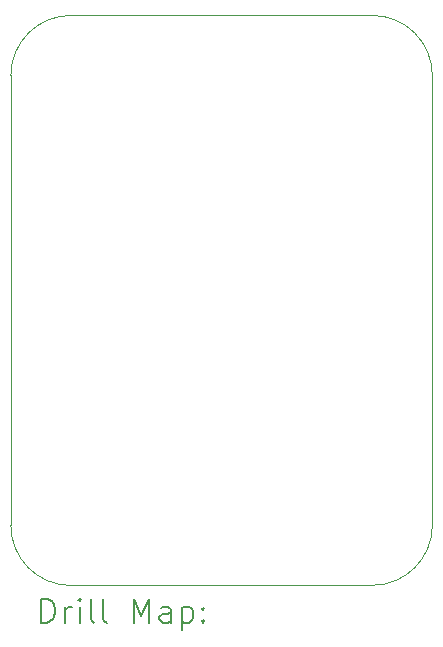
<source format=gbr>
%TF.GenerationSoftware,KiCad,Pcbnew,8.0.3*%
%TF.CreationDate,2024-07-16T22:13:33-05:00*%
%TF.ProjectId,3.3v Pro Micro Wii Connector,332e3376-2050-4726-9f20-4d6963726f20,rev?*%
%TF.SameCoordinates,Original*%
%TF.FileFunction,Drillmap*%
%TF.FilePolarity,Positive*%
%FSLAX45Y45*%
G04 Gerber Fmt 4.5, Leading zero omitted, Abs format (unit mm)*
G04 Created by KiCad (PCBNEW 8.0.3) date 2024-07-16 22:13:33*
%MOMM*%
%LPD*%
G01*
G04 APERTURE LIST*
%ADD10C,0.050000*%
%ADD11C,0.200000*%
G04 APERTURE END LIST*
D10*
X18862790Y-12672790D02*
X16310000Y-12674000D01*
X18862790Y-7848000D02*
X16310000Y-7848000D01*
X15802000Y-8356000D02*
G75*
G02*
X16310000Y-7848000I508000J0D01*
G01*
X19370790Y-12164790D02*
G75*
G02*
X18862790Y-12672790I-508000J0D01*
G01*
X16310000Y-12674000D02*
G75*
G02*
X15802000Y-12166000I0J508000D01*
G01*
X15802000Y-8356000D02*
X15802000Y-12166000D01*
X18862790Y-7848000D02*
G75*
G02*
X19370790Y-8356000I0J-508000D01*
G01*
X19370790Y-8356000D02*
X19370790Y-12164790D01*
D11*
X16060277Y-12987984D02*
X16060277Y-12787984D01*
X16060277Y-12787984D02*
X16107896Y-12787984D01*
X16107896Y-12787984D02*
X16136467Y-12797508D01*
X16136467Y-12797508D02*
X16155515Y-12816555D01*
X16155515Y-12816555D02*
X16165039Y-12835603D01*
X16165039Y-12835603D02*
X16174562Y-12873698D01*
X16174562Y-12873698D02*
X16174562Y-12902269D01*
X16174562Y-12902269D02*
X16165039Y-12940365D01*
X16165039Y-12940365D02*
X16155515Y-12959412D01*
X16155515Y-12959412D02*
X16136467Y-12978460D01*
X16136467Y-12978460D02*
X16107896Y-12987984D01*
X16107896Y-12987984D02*
X16060277Y-12987984D01*
X16260277Y-12987984D02*
X16260277Y-12854650D01*
X16260277Y-12892746D02*
X16269801Y-12873698D01*
X16269801Y-12873698D02*
X16279324Y-12864174D01*
X16279324Y-12864174D02*
X16298372Y-12854650D01*
X16298372Y-12854650D02*
X16317420Y-12854650D01*
X16384086Y-12987984D02*
X16384086Y-12854650D01*
X16384086Y-12787984D02*
X16374562Y-12797508D01*
X16374562Y-12797508D02*
X16384086Y-12807031D01*
X16384086Y-12807031D02*
X16393610Y-12797508D01*
X16393610Y-12797508D02*
X16384086Y-12787984D01*
X16384086Y-12787984D02*
X16384086Y-12807031D01*
X16507896Y-12987984D02*
X16488848Y-12978460D01*
X16488848Y-12978460D02*
X16479324Y-12959412D01*
X16479324Y-12959412D02*
X16479324Y-12787984D01*
X16612658Y-12987984D02*
X16593610Y-12978460D01*
X16593610Y-12978460D02*
X16584086Y-12959412D01*
X16584086Y-12959412D02*
X16584086Y-12787984D01*
X16841229Y-12987984D02*
X16841229Y-12787984D01*
X16841229Y-12787984D02*
X16907896Y-12930841D01*
X16907896Y-12930841D02*
X16974563Y-12787984D01*
X16974563Y-12787984D02*
X16974563Y-12987984D01*
X17155515Y-12987984D02*
X17155515Y-12883222D01*
X17155515Y-12883222D02*
X17145991Y-12864174D01*
X17145991Y-12864174D02*
X17126944Y-12854650D01*
X17126944Y-12854650D02*
X17088848Y-12854650D01*
X17088848Y-12854650D02*
X17069801Y-12864174D01*
X17155515Y-12978460D02*
X17136467Y-12987984D01*
X17136467Y-12987984D02*
X17088848Y-12987984D01*
X17088848Y-12987984D02*
X17069801Y-12978460D01*
X17069801Y-12978460D02*
X17060277Y-12959412D01*
X17060277Y-12959412D02*
X17060277Y-12940365D01*
X17060277Y-12940365D02*
X17069801Y-12921317D01*
X17069801Y-12921317D02*
X17088848Y-12911793D01*
X17088848Y-12911793D02*
X17136467Y-12911793D01*
X17136467Y-12911793D02*
X17155515Y-12902269D01*
X17250753Y-12854650D02*
X17250753Y-13054650D01*
X17250753Y-12864174D02*
X17269801Y-12854650D01*
X17269801Y-12854650D02*
X17307896Y-12854650D01*
X17307896Y-12854650D02*
X17326944Y-12864174D01*
X17326944Y-12864174D02*
X17336467Y-12873698D01*
X17336467Y-12873698D02*
X17345991Y-12892746D01*
X17345991Y-12892746D02*
X17345991Y-12949888D01*
X17345991Y-12949888D02*
X17336467Y-12968936D01*
X17336467Y-12968936D02*
X17326944Y-12978460D01*
X17326944Y-12978460D02*
X17307896Y-12987984D01*
X17307896Y-12987984D02*
X17269801Y-12987984D01*
X17269801Y-12987984D02*
X17250753Y-12978460D01*
X17431705Y-12968936D02*
X17441229Y-12978460D01*
X17441229Y-12978460D02*
X17431705Y-12987984D01*
X17431705Y-12987984D02*
X17422182Y-12978460D01*
X17422182Y-12978460D02*
X17431705Y-12968936D01*
X17431705Y-12968936D02*
X17431705Y-12987984D01*
X17431705Y-12864174D02*
X17441229Y-12873698D01*
X17441229Y-12873698D02*
X17431705Y-12883222D01*
X17431705Y-12883222D02*
X17422182Y-12873698D01*
X17422182Y-12873698D02*
X17431705Y-12864174D01*
X17431705Y-12864174D02*
X17431705Y-12883222D01*
M02*

</source>
